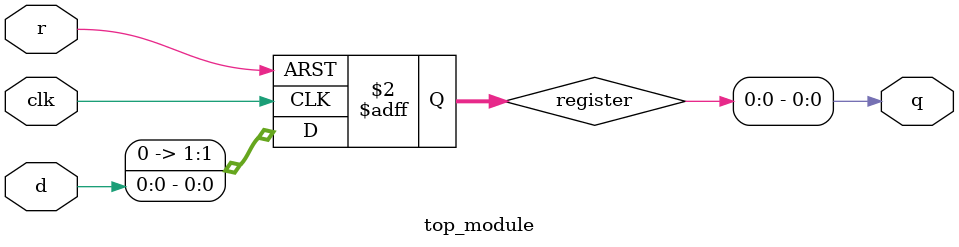
<source format=sv>
module top_module (
	input clk,
	input d,
	input r,
	output logic q
);
  
  // Declare a flip-flop to hold the value of the data input
  logic [1:0] register;
  
  always_ff @(posedge clk or posedge r) begin
    if (r) begin
      // Reset is active, set the output to 0
      register <= 2'b00;
    end else begin
      // Reset is not active, store the value of the data input
      register <= d;
    end
  end
  
  assign q = register[0];
  
endmodule

</source>
